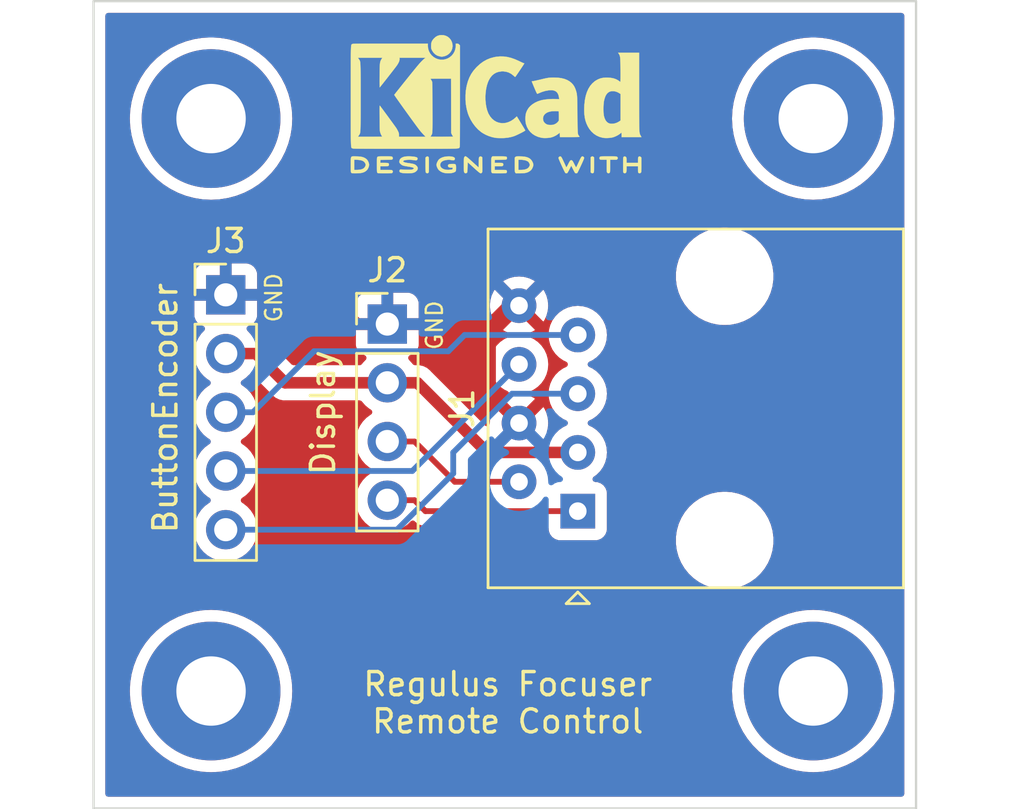
<source format=kicad_pcb>
(kicad_pcb (version 20211014) (generator pcbnew)
  (title_block (title "Regulus Focuser Remote Control") (company "Radmilo Felix 2022"))
  (layers (0 "F.Cu" signal) (31 "B.Cu" signal) (34 "B.Paste" user) (35 "F.Paste" user) (36 "B.SilkS" user "B.Silkscreen") (37 "F.SilkS" user "F.Silkscreen") (38 "B.Mask" user) (39 "F.Mask" user) (44 "Edge.Cuts" user))
  (net 0 "")
  (net 1 "/SDA")
  (net 2 "/SCL")
  (net 3 "/3V3")
  (net 4 "GND")
  (net 5 "/EncClk")
  (net 6 "/EncDt")
  (net 7 "/EncSw")
  (footprint "Symbol:KiCad-Logo2_5mm_SilkScreen" (layer "F.Cu") (at 171.704 76.2)
    (fp_text reference "REF**" hide)
    (fp_text value "KiCad-Logo2_5mm_SilkScreen" hide)
  )
  (footprint "Connector_RJ:RJ45_Amphenol_54602-x08_Horizontal" (layer "F.Cu") (at 175.24 93.8175 90)
    (fp_text reference "J1" (at 4.445 -5 90) (layer "F.SilkS"))
    (fp_text value "Display&EncoderConnector")
    (pad "" np_thru_hole circle (at -1.27 6.35 90) (size 3.2 3.2) (drill 3.2) (layers *.Cu *.Mask))
    (pad "" np_thru_hole circle (at 10.16 6.35 90) (size 3.2 3.2) (drill 3.2) (layers *.Cu *.Mask))
    (pad "1" thru_hole rect (at 0 0 90) (size 1.5 1.5) (drill 0.76) (layers *.Cu *.Mask) (net 1 "/SDA"))
    (pad "2" thru_hole circle (at 1.27 -2.54 90) (size 1.5 1.5) (drill 0.76) (layers *.Cu *.Mask) (net 2 "/SCL"))
    (pad "3" thru_hole circle (at 2.54 0 90) (size 1.5 1.5) (drill 0.76) (layers *.Cu *.Mask) (net 3 "/3V3"))
    (pad "4" thru_hole circle (at 3.81 -2.54 90) (size 1.5 1.5) (drill 0.76) (layers *.Cu *.Mask) (net 4 "GND"))
    (pad "5" thru_hole circle (at 5.08 0 90) (size 1.5 1.5) (drill 0.76) (layers *.Cu *.Mask) (net 5 "/EncClk"))
    (pad "6" thru_hole circle (at 6.35 -2.54 90) (size 1.5 1.5) (drill 0.76) (layers *.Cu *.Mask) (net 6 "/EncDt"))
    (pad "7" thru_hole circle (at 7.62 0 90) (size 1.5 1.5) (drill 0.76) (layers *.Cu *.Mask) (net 7 "/EncSw"))
    (pad "8" thru_hole circle (at 8.89 -2.54 90) (size 1.5 1.5) (drill 0.76) (layers *.Cu *.Mask) (net 4 "GND"))
  )
  (footprint "MountingHole:MountingHole_3mm_Pad" (layer "F.Cu") (at 185.42 76.835)
    (fp_text reference "REF3")
    (fp_text value "MountingHole_3mm_Pad")
    (pad "1" thru_hole circle (at 0 0) (size 6 6) (drill 3) (layers *.Cu *.Mask))
  )
  (footprint "Connector_PinHeader_2.54mm:PinHeader_1x05_P2.54mm_Vertical" (layer "F.Cu") (at 160.02 84.46)
    (fp_text reference "J3" (at 0 -2.33) (layer "F.SilkS"))
    (fp_text value "ButtonEncoder" (at -2.610946 4.899255 90) (layer "F.SilkS"))
    (pad "1" thru_hole rect (at 0 0) (size 1.7 1.7) (drill 1) (layers *.Cu *.Mask) (net 4 "GND"))
    (pad "2" thru_hole oval (at 0 2.54) (size 1.7 1.7) (drill 1) (layers *.Cu *.Mask) (net 3 "/3V3"))
    (pad "3" thru_hole oval (at 0 5.08) (size 1.7 1.7) (drill 1) (layers *.Cu *.Mask) (net 7 "/EncSw"))
    (pad "4" thru_hole oval (at 0 7.62) (size 1.7 1.7) (drill 1) (layers *.Cu *.Mask) (net 6 "/EncDt"))
    (pad "5" thru_hole oval (at 0 10.16) (size 1.7 1.7) (drill 1) (layers *.Cu *.Mask) (net 5 "/EncClk"))
  )
  (footprint "Connector_PinHeader_2.54mm:PinHeader_1x04_P2.54mm_Vertical" (layer "F.Cu") (at 167.005 85.725)
    (fp_text reference "J2" (at 0 -2.33) (layer "F.SilkS"))
    (fp_text value "Display" (at -2.780841 3.829351 90) (layer "F.SilkS"))
    (pad "1" thru_hole rect (at 0 0) (size 1.7 1.7) (drill 1) (layers *.Cu *.Mask) (net 4 "GND"))
    (pad "2" thru_hole oval (at 0 2.54) (size 1.7 1.7) (drill 1) (layers *.Cu *.Mask) (net 3 "/3V3"))
    (pad "3" thru_hole oval (at 0 5.08) (size 1.7 1.7) (drill 1) (layers *.Cu *.Mask) (net 2 "/SCL"))
    (pad "4" thru_hole oval (at 0 7.62) (size 1.7 1.7) (drill 1) (layers *.Cu *.Mask) (net 1 "/SDA"))
  )
  (footprint "MountingHole:MountingHole_3mm_Pad" (layer "F.Cu") (at 185.42 101.6)
    (fp_text reference "REF4")
    (fp_text value "MountingHole_3mm_Pad")
    (pad "1" thru_hole circle (at 0 0) (size 6 6) (drill 3) (layers *.Cu *.Mask))
  )
  (footprint "MountingHole:MountingHole_3mm_Pad" (layer "F.Cu") (at 159.385 101.6)
    (fp_text reference "REF1")
    (fp_text value "MountingHole_3mm_Pad")
    (pad "1" thru_hole circle (at 0 0) (size 6 6) (drill 3) (layers *.Cu *.Mask))
  )
  (footprint "MountingHole:MountingHole_3mm_Pad" (layer "F.Cu") (at 159.385 76.835)
    (fp_text reference "REF2")
    (fp_text value "MountingHole_3mm_Pad")
    (pad "1" thru_hole circle (at 0 0) (size 6 6) (drill 3) (layers *.Cu *.Mask))
  )
  (gr_rect (start 154.305 71.755) (end 189.865 106.68) (layer "Edge.Cuts") (width 0.1) (fill none))
  (gr_text "GND" (at 162.09635 84.58514 90) (layer "F.SilkS") (effects (font (size 0.7 0.7) (thickness 0.1))))
  (gr_text "Regulus Focuser\nRemote Control" (at 172.212 102.108) (layer "F.SilkS") (effects (font (size 1 1))))
  (gr_text "GND" (at 169.047792 85.77527 90) (layer "F.SilkS") (effects (font (size 0.7 0.7) (thickness 0.1))))
  (segment (start 168.6528 93.8175) (end 175.24 93.8175) (width 0.25) (layer "F.Cu") (net 1))
  (segment (start 167.005 93.345) (end 168.1803 93.345) (width 0.25) (layer "F.Cu") (net 1))
  (segment (start 168.1803 93.345) (end 168.6528 93.8175) (width 0.25) (layer "F.Cu") (net 1))
  (segment (start 169.9228 92.5475) (end 172.7 92.5475) (width 0.25) (layer "F.Cu") (net 2))
  (segment (start 168.1803 90.805) (end 169.9228 92.5475) (width 0.25) (layer "F.Cu") (net 2))
  (segment (start 167.005 90.805) (end 168.1803 90.805) (width 0.25) (layer "F.Cu") (net 2))
  (segment (start 161.3203 87) (end 162.5853 88.265) (width 0.5) (layer "F.Cu") (net 3))
  (segment (start 171.3178 91.2775) (end 175.24 91.2775) (width 0.5) (layer "F.Cu") (net 3))
  (segment (start 162.5853 88.265) (end 167.005 88.265) (width 0.5) (layer "F.Cu") (net 3))
  (segment (start 167.005 88.265) (end 168.3053 88.265) (width 0.5) (layer "F.Cu") (net 3))
  (segment (start 160.02 87) (end 161.3203 87) (width 0.5) (layer "F.Cu") (net 3))
  (segment (start 168.3053 88.265) (end 171.3178 91.2775) (width 0.5) (layer "F.Cu") (net 3))
  (segment (start 167.005 85.725) (end 168.3053 85.725) (width 0.5) (layer "F.Cu") (net 4))
  (segment (start 172.7 84.9275) (end 172.2467 84.9275) (width 0.5) (layer "F.Cu") (net 4))
  (segment (start 168.3053 85.725) (end 171.4492 85.725) (width 0.5) (layer "F.Cu") (net 4))
  (segment (start 164.4397 84.46) (end 165.7047 85.725) (width 0.5) (layer "F.Cu") (net 4))
  (segment (start 160.02 84.46) (end 164.4397 84.46) (width 0.5) (layer "F.Cu") (net 4))
  (segment (start 167.005 85.725) (end 165.7047 85.725) (width 0.5) (layer "F.Cu") (net 4))
  (segment (start 172.2467 84.9275) (end 171.4492 85.725) (width 0.5) (layer "F.Cu") (net 4))
  (segment (start 171.4492 85.725) (end 171.4492 88.7567) (width 0.5) (layer "F.Cu") (net 4))
  (segment (start 171.4492 88.7567) (end 172.7 90.0075) (width 0.5) (layer "F.Cu") (net 4))
  (segment (start 169.8555 91.279) (end 172.397 88.7375) (width 0.25) (layer "B.Cu") (net 5))
  (segment (start 172.397 88.7375) (end 175.24 88.7375) (width 0.25) (layer "B.Cu") (net 5))
  (segment (start 160.02 94.62) (end 167.4245 94.62) (width 0.25) (layer "B.Cu") (net 5))
  (segment (start 169.8555 92.189) (end 169.8555 91.279) (width 0.25) (layer "B.Cu") (net 5))
  (segment (start 167.4245 94.62) (end 169.8555 92.189) (width 0.25) (layer "B.Cu") (net 5))
  (segment (start 160.02 92.08) (end 168.0875 92.08) (width 0.25) (layer "B.Cu") (net 6))
  (segment (start 168.0875 92.08) (end 172.7 87.4675) (width 0.25) (layer "B.Cu") (net 6))
  (segment (start 169.6432 86.9004) (end 170.3461 86.1975) (width 0.25) (layer "B.Cu") (net 7))
  (segment (start 163.8349 86.9004) (end 169.6432 86.9004) (width 0.25) (layer "B.Cu") (net 7))
  (segment (start 160.02 89.54) (end 161.1953 89.54) (width 0.25) (layer "B.Cu") (net 7))
  (segment (start 170.3461 86.1975) (end 175.24 86.1975) (width 0.25) (layer "B.Cu") (net 7))
  (segment (start 161.1953 89.54) (end 163.8349 86.9004) (width 0.25) (layer "B.Cu") (net 7))
  (zone (net 4) (net_name "GND") (layers F&B.Cu) (connect_pads (clearance 0.508)) (min_thickness 0.254) (fill yes (thermal_gap 0.508) (thermal_bridge_width 0.508))
    (polygon (pts (xy 189.865 106.68) (xy 154.305 106.68) (xy 154.305 71.755) (xy 189.865 71.755)))
  )
)
</source>
